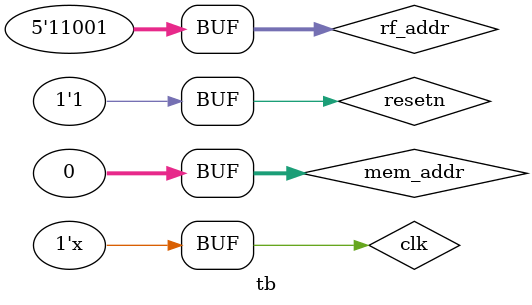
<source format=v>
`timescale 1ns / 1ps


module tb;

    // Inputs
    reg clk;
    reg resetn;
    reg [4:0] rf_addr;
    reg [31:0] mem_addr;

    // Outputs
    wire [31:0] rf_data;
    wire [31:0] mem_data;
    wire [31:0] IF_pc;
    wire [31:0] IF_inst;
    wire [31:0] ID_pc;
    wire [31:0] EXE_pc;
    wire [31:0] MEM_pc;
    wire [31:0] WB_pc;
    wire [31:0] display_state;

    // Instantiate the Unit Under Test (UUT)
    multi_cycle_cpu uut (
        .clk(clk), 
        .resetn(resetn), 
        .rf_addr(rf_addr), 
        .mem_addr(mem_addr), 
        .rf_data(rf_data), 
        .mem_data(mem_data), 
        .IF_pc(IF_pc), 
        .IF_inst(IF_inst), 
        .ID_pc(ID_pc), 
        .EXE_pc(EXE_pc), 
        .MEM_pc(MEM_pc), 
        .WB_pc(WB_pc), 
        .display_state(display_state)
    );

    initial begin
        // Initialize Inputs
        clk = 0;
        resetn = 0;
        rf_addr = 32'd25;
        mem_addr = 0;

        // Wait 100 ns for global reset to finish
        #100;
      resetn = 1;
        // Add stimulus here
    end
   always #5 clk=~clk;
endmodule


</source>
